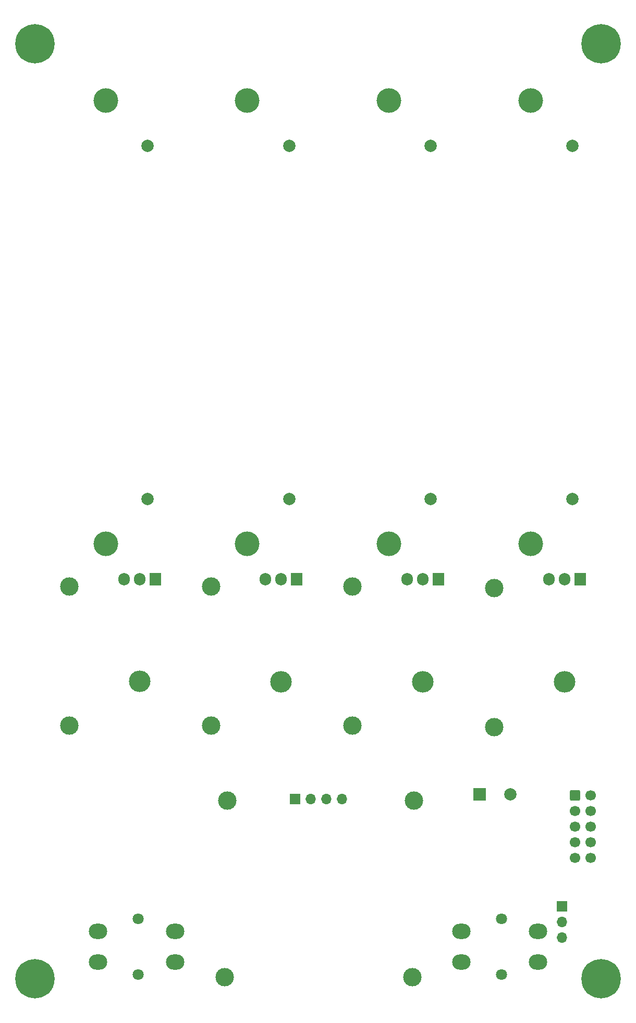
<source format=gbr>
%TF.GenerationSoftware,KiCad,Pcbnew,(6.0.10)*%
%TF.CreationDate,2023-01-16T11:30:22+01:00*%
%TF.ProjectId,BatteryDischargerV1,42617474-6572-4794-9469-736368617267,rev?*%
%TF.SameCoordinates,Original*%
%TF.FileFunction,Soldermask,Bot*%
%TF.FilePolarity,Negative*%
%FSLAX46Y46*%
G04 Gerber Fmt 4.6, Leading zero omitted, Abs format (unit mm)*
G04 Created by KiCad (PCBNEW (6.0.10)) date 2023-01-16 11:30:22*
%MOMM*%
%LPD*%
G01*
G04 APERTURE LIST*
G04 Aperture macros list*
%AMRoundRect*
0 Rectangle with rounded corners*
0 $1 Rounding radius*
0 $2 $3 $4 $5 $6 $7 $8 $9 X,Y pos of 4 corners*
0 Add a 4 corners polygon primitive as box body*
4,1,4,$2,$3,$4,$5,$6,$7,$8,$9,$2,$3,0*
0 Add four circle primitives for the rounded corners*
1,1,$1+$1,$2,$3*
1,1,$1+$1,$4,$5*
1,1,$1+$1,$6,$7*
1,1,$1+$1,$8,$9*
0 Add four rect primitives between the rounded corners*
20,1,$1+$1,$2,$3,$4,$5,0*
20,1,$1+$1,$4,$5,$6,$7,0*
20,1,$1+$1,$6,$7,$8,$9,0*
20,1,$1+$1,$8,$9,$2,$3,0*%
G04 Aperture macros list end*
%ADD10C,1.800000*%
%ADD11O,3.000000X2.500000*%
%ADD12C,4.000000*%
%ADD13C,3.000000*%
%ADD14R,2.000000X2.000000*%
%ADD15C,2.000000*%
%ADD16O,3.500000X3.500000*%
%ADD17R,1.905000X2.000000*%
%ADD18O,1.905000X2.000000*%
%ADD19C,0.800000*%
%ADD20C,6.400000*%
%ADD21RoundRect,0.250000X-0.600000X-0.600000X0.600000X-0.600000X0.600000X0.600000X-0.600000X0.600000X0*%
%ADD22C,1.700000*%
%ADD23R,1.700000X1.700000*%
%ADD24O,1.700000X1.700000*%
G04 APERTURE END LIST*
D10*
%TO.C,SW2*%
X77000000Y-165000000D03*
X77000000Y-174000000D03*
D11*
X70500000Y-167000000D03*
X83000000Y-167000000D03*
X83000000Y-172000000D03*
X70500000Y-172000000D03*
%TD*%
D12*
%TO.C,BT1*%
X71750000Y-104000000D03*
X71750000Y-32000000D03*
%TD*%
D13*
%TO.C,F2*%
X111850000Y-133550000D03*
X111850000Y-110950000D03*
%TD*%
D14*
%TO.C,LS1*%
X132479216Y-144750000D03*
D15*
X137479216Y-144750000D03*
%TD*%
D16*
%TO.C,Q2*%
X123250000Y-126430000D03*
D17*
X125790000Y-109770000D03*
D18*
X123250000Y-109770000D03*
X120710000Y-109770000D03*
%TD*%
D13*
%TO.C,F3*%
X88850000Y-133550000D03*
X88850000Y-110950000D03*
%TD*%
D10*
%TO.C,SW1*%
X136000000Y-165000000D03*
X136000000Y-174000000D03*
D11*
X129500000Y-167000000D03*
X142000000Y-167000000D03*
X142000000Y-172000000D03*
X129500000Y-172000000D03*
%TD*%
D16*
%TO.C,Q3*%
X100250000Y-126430000D03*
D17*
X102790000Y-109770000D03*
D18*
X100250000Y-109770000D03*
X97710000Y-109770000D03*
%TD*%
D19*
%TO.C,H4*%
X153947056Y-173052944D03*
X152250000Y-172350000D03*
X150552944Y-173052944D03*
X154650000Y-174750000D03*
D20*
X152250000Y-174750000D03*
D19*
X149850000Y-174750000D03*
X150552944Y-176447056D03*
X152250000Y-177150000D03*
X153947056Y-176447056D03*
%TD*%
D16*
%TO.C,Q1*%
X77250000Y-126410000D03*
D17*
X79790000Y-109750000D03*
D18*
X77250000Y-109750000D03*
X74710000Y-109750000D03*
%TD*%
D21*
%TO.C,J1*%
X147997500Y-144920000D03*
D22*
X150537500Y-144920000D03*
X147997500Y-147460000D03*
X150537500Y-147460000D03*
X147997500Y-150000000D03*
X150537500Y-150000000D03*
X147997500Y-152540000D03*
X150537500Y-152540000D03*
X147997500Y-155080000D03*
X150537500Y-155080000D03*
%TD*%
D19*
%TO.C,H3*%
X152250000Y-25150000D03*
X150552944Y-21052944D03*
X152250000Y-20350000D03*
X153947056Y-24447056D03*
X154650000Y-22750000D03*
X153947056Y-21052944D03*
X150552944Y-24447056D03*
D20*
X152250000Y-22750000D03*
D19*
X149850000Y-22750000D03*
%TD*%
D13*
%TO.C,F1*%
X65850000Y-133550000D03*
X65850000Y-110950000D03*
%TD*%
D12*
%TO.C,BT2*%
X117750000Y-104000000D03*
X117750000Y-32000000D03*
%TD*%
%TO.C,BT3*%
X94750000Y-104000000D03*
X94750000Y-32000000D03*
%TD*%
D16*
%TO.C,Q4*%
X146250000Y-126430000D03*
D17*
X148790000Y-109770000D03*
D18*
X146250000Y-109770000D03*
X143710000Y-109770000D03*
%TD*%
D13*
%TO.C,J2*%
X121550000Y-174456000D03*
X121804000Y-145754000D03*
X91070000Y-174456000D03*
X91500000Y-145754000D03*
D23*
X102500000Y-145500000D03*
D24*
X105040000Y-145500000D03*
X107580000Y-145500000D03*
X110120000Y-145500000D03*
%TD*%
D23*
%TO.C,J3*%
X145875000Y-162975000D03*
D24*
X145875000Y-165515000D03*
X145875000Y-168055000D03*
%TD*%
D19*
%TO.C,H2*%
X58552944Y-173052944D03*
X62650000Y-174750000D03*
X58552944Y-176447056D03*
X61947056Y-176447056D03*
D20*
X60250000Y-174750000D03*
D19*
X60250000Y-172350000D03*
X57850000Y-174750000D03*
X60250000Y-177150000D03*
X61947056Y-173052944D03*
%TD*%
D13*
%TO.C,F4*%
X134850000Y-133800000D03*
X134850000Y-111200000D03*
%TD*%
D12*
%TO.C,BT4*%
X140750000Y-104000000D03*
X140750000Y-32000000D03*
%TD*%
D15*
%TO.C,R18*%
X147550000Y-39298000D03*
X147550000Y-96702000D03*
%TD*%
%TO.C,R17*%
X101550000Y-39298000D03*
X101550000Y-96702000D03*
%TD*%
%TO.C,R12*%
X124550000Y-39298000D03*
X124550000Y-96702000D03*
%TD*%
%TO.C,R11*%
X78550000Y-39298000D03*
X78550000Y-96702000D03*
%TD*%
D19*
%TO.C,H1*%
X61947056Y-24447056D03*
X58552944Y-21052944D03*
D20*
X60250000Y-22750000D03*
D19*
X61947056Y-21052944D03*
X62650000Y-22750000D03*
X58552944Y-24447056D03*
X57850000Y-22750000D03*
X60250000Y-25150000D03*
X60250000Y-20350000D03*
%TD*%
M02*

</source>
